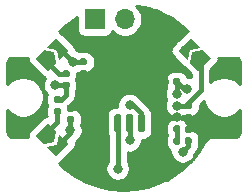
<source format=gtl>
G04 #@! TF.GenerationSoftware,KiCad,Pcbnew,(5.1.6-0-10_14)*
G04 #@! TF.CreationDate,2021-04-09T22:44:30+02:00*
G04 #@! TF.ProjectId,Encoder,456e636f-6465-4722-9e6b-696361645f70,1.1*
G04 #@! TF.SameCoordinates,Original*
G04 #@! TF.FileFunction,Copper,L1,Top*
G04 #@! TF.FilePolarity,Positive*
%FSLAX46Y46*%
G04 Gerber Fmt 4.6, Leading zero omitted, Abs format (unit mm)*
G04 Created by KiCad (PCBNEW (5.1.6-0-10_14)) date 2021-04-09 22:44:30*
%MOMM*%
%LPD*%
G01*
G04 APERTURE LIST*
G04 #@! TA.AperFunction,SMDPad,CuDef*
%ADD10C,0.100000*%
G04 #@! TD*
G04 #@! TA.AperFunction,ComponentPad*
%ADD11O,1.700000X1.700000*%
G04 #@! TD*
G04 #@! TA.AperFunction,ComponentPad*
%ADD12R,1.700000X1.700000*%
G04 #@! TD*
G04 #@! TA.AperFunction,ViaPad*
%ADD13C,0.800000*%
G04 #@! TD*
G04 #@! TA.AperFunction,ViaPad*
%ADD14C,0.600000*%
G04 #@! TD*
G04 #@! TA.AperFunction,Conductor*
%ADD15C,0.400000*%
G04 #@! TD*
G04 #@! TA.AperFunction,Conductor*
%ADD16C,0.254000*%
G04 #@! TD*
G04 APERTURE END LIST*
G04 #@! TA.AperFunction,SMDPad,CuDef*
G36*
G01*
X119388000Y-100037001D02*
X119388000Y-98736999D01*
G75*
G02*
X119637999Y-98487000I249999J0D01*
G01*
X120338001Y-98487000D01*
G75*
G02*
X120588000Y-98736999I0J-249999D01*
G01*
X120588000Y-100037001D01*
G75*
G02*
X120338001Y-100287000I-249999J0D01*
G01*
X119637999Y-100287000D01*
G75*
G02*
X119388000Y-100037001I0J249999D01*
G01*
G37*
G04 #@! TD.AperFunction*
G04 #@! TA.AperFunction,SMDPad,CuDef*
G36*
G01*
X113788000Y-100037001D02*
X113788000Y-98736999D01*
G75*
G02*
X114037999Y-98487000I249999J0D01*
G01*
X114738001Y-98487000D01*
G75*
G02*
X114988000Y-98736999I0J-249999D01*
G01*
X114988000Y-100037001D01*
G75*
G02*
X114738001Y-100287000I-249999J0D01*
G01*
X114037999Y-100287000D01*
G75*
G02*
X113788000Y-100037001I0J249999D01*
G01*
G37*
G04 #@! TD.AperFunction*
G04 #@! TA.AperFunction,SMDPad,CuDef*
G36*
G01*
X118388000Y-96137000D02*
X118388000Y-94887000D01*
G75*
G02*
X118538000Y-94737000I150000J0D01*
G01*
X118838000Y-94737000D01*
G75*
G02*
X118988000Y-94887000I0J-150000D01*
G01*
X118988000Y-96137000D01*
G75*
G02*
X118838000Y-96287000I-150000J0D01*
G01*
X118538000Y-96287000D01*
G75*
G02*
X118388000Y-96137000I0J150000D01*
G01*
G37*
G04 #@! TD.AperFunction*
G04 #@! TA.AperFunction,SMDPad,CuDef*
G36*
G01*
X117388000Y-96137000D02*
X117388000Y-94887000D01*
G75*
G02*
X117538000Y-94737000I150000J0D01*
G01*
X117838000Y-94737000D01*
G75*
G02*
X117988000Y-94887000I0J-150000D01*
G01*
X117988000Y-96137000D01*
G75*
G02*
X117838000Y-96287000I-150000J0D01*
G01*
X117538000Y-96287000D01*
G75*
G02*
X117388000Y-96137000I0J150000D01*
G01*
G37*
G04 #@! TD.AperFunction*
G04 #@! TA.AperFunction,SMDPad,CuDef*
G36*
G01*
X116388000Y-96137000D02*
X116388000Y-94887000D01*
G75*
G02*
X116538000Y-94737000I150000J0D01*
G01*
X116838000Y-94737000D01*
G75*
G02*
X116988000Y-94887000I0J-150000D01*
G01*
X116988000Y-96137000D01*
G75*
G02*
X116838000Y-96287000I-150000J0D01*
G01*
X116538000Y-96287000D01*
G75*
G02*
X116388000Y-96137000I0J150000D01*
G01*
G37*
G04 #@! TD.AperFunction*
G04 #@! TA.AperFunction,SMDPad,CuDef*
G36*
G01*
X115388000Y-96137000D02*
X115388000Y-94887000D01*
G75*
G02*
X115538000Y-94737000I150000J0D01*
G01*
X115838000Y-94737000D01*
G75*
G02*
X115988000Y-94887000I0J-150000D01*
G01*
X115988000Y-96137000D01*
G75*
G02*
X115838000Y-96287000I-150000J0D01*
G01*
X115538000Y-96287000D01*
G75*
G02*
X115388000Y-96137000I0J150000D01*
G01*
G37*
G04 #@! TD.AperFunction*
G04 #@! TA.AperFunction,SMDPad,CuDef*
D10*
G36*
X111295107Y-97106455D02*
G01*
X110411223Y-97283231D01*
X109704117Y-96576125D01*
X110764777Y-95515465D01*
X111471883Y-96222571D01*
X111295107Y-97106455D01*
G37*
G04 #@! TD.AperFunction*
G04 #@! TA.AperFunction,SMDPad,CuDef*
G36*
X111436527Y-98308535D02*
G01*
X110623355Y-97495363D01*
X111507238Y-97318586D01*
X111684015Y-96434703D01*
X112497187Y-97247875D01*
X111436527Y-98308535D01*
G37*
G04 #@! TD.AperFunction*
G04 #@! TA.AperFunction,SMDPad,CuDef*
G36*
X122993545Y-89517545D02*
G01*
X123877429Y-89340769D01*
X124584535Y-90047875D01*
X123523875Y-91108535D01*
X122816769Y-90401429D01*
X122993545Y-89517545D01*
G37*
G04 #@! TD.AperFunction*
G04 #@! TA.AperFunction,SMDPad,CuDef*
G36*
X122852125Y-88315465D02*
G01*
X123665297Y-89128637D01*
X122781414Y-89305414D01*
X122604637Y-90189297D01*
X121791465Y-89376125D01*
X122852125Y-88315465D01*
G37*
G04 #@! TD.AperFunction*
G04 #@! TA.AperFunction,SMDPad,CuDef*
G36*
X111295107Y-89504893D02*
G01*
X111471883Y-90388777D01*
X110764777Y-91095883D01*
X109704117Y-90035223D01*
X110411223Y-89328117D01*
X111295107Y-89504893D01*
G37*
G04 #@! TD.AperFunction*
G04 #@! TA.AperFunction,SMDPad,CuDef*
G36*
X112497187Y-89363473D02*
G01*
X111684015Y-90176645D01*
X111507238Y-89292762D01*
X110623355Y-89115985D01*
X111436527Y-88302813D01*
X112497187Y-89363473D01*
G37*
G04 #@! TD.AperFunction*
D11*
X119828000Y-86712000D03*
X117288000Y-86712000D03*
D12*
X114748000Y-86712000D03*
G04 #@! TA.AperFunction,SMDPad,CuDef*
G36*
G01*
X121998000Y-95839500D02*
X121998000Y-96184500D01*
G75*
G02*
X121850500Y-96332000I-147500J0D01*
G01*
X121555500Y-96332000D01*
G75*
G02*
X121408000Y-96184500I0J147500D01*
G01*
X121408000Y-95839500D01*
G75*
G02*
X121555500Y-95692000I147500J0D01*
G01*
X121850500Y-95692000D01*
G75*
G02*
X121998000Y-95839500I0J-147500D01*
G01*
G37*
G04 #@! TD.AperFunction*
G04 #@! TA.AperFunction,SMDPad,CuDef*
G36*
G01*
X122968000Y-95839500D02*
X122968000Y-96184500D01*
G75*
G02*
X122820500Y-96332000I-147500J0D01*
G01*
X122525500Y-96332000D01*
G75*
G02*
X122378000Y-96184500I0J147500D01*
G01*
X122378000Y-95839500D01*
G75*
G02*
X122525500Y-95692000I147500J0D01*
G01*
X122820500Y-95692000D01*
G75*
G02*
X122968000Y-95839500I0J-147500D01*
G01*
G37*
G04 #@! TD.AperFunction*
G04 #@! TA.AperFunction,SMDPad,CuDef*
G36*
G01*
X122378000Y-97184500D02*
X122378000Y-96839500D01*
G75*
G02*
X122525500Y-96692000I147500J0D01*
G01*
X122820500Y-96692000D01*
G75*
G02*
X122968000Y-96839500I0J-147500D01*
G01*
X122968000Y-97184500D01*
G75*
G02*
X122820500Y-97332000I-147500J0D01*
G01*
X122525500Y-97332000D01*
G75*
G02*
X122378000Y-97184500I0J147500D01*
G01*
G37*
G04 #@! TD.AperFunction*
G04 #@! TA.AperFunction,SMDPad,CuDef*
G36*
G01*
X121408000Y-97184500D02*
X121408000Y-96839500D01*
G75*
G02*
X121555500Y-96692000I147500J0D01*
G01*
X121850500Y-96692000D01*
G75*
G02*
X121998000Y-96839500I0J-147500D01*
G01*
X121998000Y-97184500D01*
G75*
G02*
X121850500Y-97332000I-147500J0D01*
G01*
X121555500Y-97332000D01*
G75*
G02*
X121408000Y-97184500I0J147500D01*
G01*
G37*
G04 #@! TD.AperFunction*
G04 #@! TA.AperFunction,SMDPad,CuDef*
G36*
G01*
X111415500Y-94202000D02*
X111760500Y-94202000D01*
G75*
G02*
X111908000Y-94349500I0J-147500D01*
G01*
X111908000Y-94644500D01*
G75*
G02*
X111760500Y-94792000I-147500J0D01*
G01*
X111415500Y-94792000D01*
G75*
G02*
X111268000Y-94644500I0J147500D01*
G01*
X111268000Y-94349500D01*
G75*
G02*
X111415500Y-94202000I147500J0D01*
G01*
G37*
G04 #@! TD.AperFunction*
G04 #@! TA.AperFunction,SMDPad,CuDef*
G36*
G01*
X111415500Y-93232000D02*
X111760500Y-93232000D01*
G75*
G02*
X111908000Y-93379500I0J-147500D01*
G01*
X111908000Y-93674500D01*
G75*
G02*
X111760500Y-93822000I-147500J0D01*
G01*
X111415500Y-93822000D01*
G75*
G02*
X111268000Y-93674500I0J147500D01*
G01*
X111268000Y-93379500D01*
G75*
G02*
X111415500Y-93232000I147500J0D01*
G01*
G37*
G04 #@! TD.AperFunction*
G04 #@! TA.AperFunction,SMDPad,CuDef*
G36*
G01*
X112460500Y-91622000D02*
X112115500Y-91622000D01*
G75*
G02*
X111968000Y-91474500I0J147500D01*
G01*
X111968000Y-91179500D01*
G75*
G02*
X112115500Y-91032000I147500J0D01*
G01*
X112460500Y-91032000D01*
G75*
G02*
X112608000Y-91179500I0J-147500D01*
G01*
X112608000Y-91474500D01*
G75*
G02*
X112460500Y-91622000I-147500J0D01*
G01*
G37*
G04 #@! TD.AperFunction*
G04 #@! TA.AperFunction,SMDPad,CuDef*
G36*
G01*
X112460500Y-92592000D02*
X112115500Y-92592000D01*
G75*
G02*
X111968000Y-92444500I0J147500D01*
G01*
X111968000Y-92149500D01*
G75*
G02*
X112115500Y-92002000I147500J0D01*
G01*
X112460500Y-92002000D01*
G75*
G02*
X112608000Y-92149500I0J-147500D01*
G01*
X112608000Y-92444500D01*
G75*
G02*
X112460500Y-92592000I-147500J0D01*
G01*
G37*
G04 #@! TD.AperFunction*
G04 #@! TA.AperFunction,SMDPad,CuDef*
G36*
G01*
X112515500Y-94902000D02*
X112860500Y-94902000D01*
G75*
G02*
X113008000Y-95049500I0J-147500D01*
G01*
X113008000Y-95344500D01*
G75*
G02*
X112860500Y-95492000I-147500J0D01*
G01*
X112515500Y-95492000D01*
G75*
G02*
X112368000Y-95344500I0J147500D01*
G01*
X112368000Y-95049500D01*
G75*
G02*
X112515500Y-94902000I147500J0D01*
G01*
G37*
G04 #@! TD.AperFunction*
G04 #@! TA.AperFunction,SMDPad,CuDef*
G36*
G01*
X112515500Y-93932000D02*
X112860500Y-93932000D01*
G75*
G02*
X113008000Y-94079500I0J-147500D01*
G01*
X113008000Y-94374500D01*
G75*
G02*
X112860500Y-94522000I-147500J0D01*
G01*
X112515500Y-94522000D01*
G75*
G02*
X112368000Y-94374500I0J147500D01*
G01*
X112368000Y-94079500D01*
G75*
G02*
X112515500Y-93932000I147500J0D01*
G01*
G37*
G04 #@! TD.AperFunction*
G04 #@! TA.AperFunction,SMDPad,CuDef*
G36*
G01*
X113615500Y-91002000D02*
X113960500Y-91002000D01*
G75*
G02*
X114108000Y-91149500I0J-147500D01*
G01*
X114108000Y-91444500D01*
G75*
G02*
X113960500Y-91592000I-147500J0D01*
G01*
X113615500Y-91592000D01*
G75*
G02*
X113468000Y-91444500I0J147500D01*
G01*
X113468000Y-91149500D01*
G75*
G02*
X113615500Y-91002000I147500J0D01*
G01*
G37*
G04 #@! TD.AperFunction*
G04 #@! TA.AperFunction,SMDPad,CuDef*
G36*
G01*
X113615500Y-90032000D02*
X113960500Y-90032000D01*
G75*
G02*
X114108000Y-90179500I0J-147500D01*
G01*
X114108000Y-90474500D01*
G75*
G02*
X113960500Y-90622000I-147500J0D01*
G01*
X113615500Y-90622000D01*
G75*
G02*
X113468000Y-90474500I0J147500D01*
G01*
X113468000Y-90179500D01*
G75*
G02*
X113615500Y-90032000I147500J0D01*
G01*
G37*
G04 #@! TD.AperFunction*
G04 #@! TA.AperFunction,SMDPad,CuDef*
G36*
G01*
X121378000Y-92184500D02*
X121378000Y-91839500D01*
G75*
G02*
X121525500Y-91692000I147500J0D01*
G01*
X121820500Y-91692000D01*
G75*
G02*
X121968000Y-91839500I0J-147500D01*
G01*
X121968000Y-92184500D01*
G75*
G02*
X121820500Y-92332000I-147500J0D01*
G01*
X121525500Y-92332000D01*
G75*
G02*
X121378000Y-92184500I0J147500D01*
G01*
G37*
G04 #@! TD.AperFunction*
G04 #@! TA.AperFunction,SMDPad,CuDef*
G36*
G01*
X120408000Y-92184500D02*
X120408000Y-91839500D01*
G75*
G02*
X120555500Y-91692000I147500J0D01*
G01*
X120850500Y-91692000D01*
G75*
G02*
X120998000Y-91839500I0J-147500D01*
G01*
X120998000Y-92184500D01*
G75*
G02*
X120850500Y-92332000I-147500J0D01*
G01*
X120555500Y-92332000D01*
G75*
G02*
X120408000Y-92184500I0J147500D01*
G01*
G37*
G04 #@! TD.AperFunction*
G04 #@! TA.AperFunction,SMDPad,CuDef*
G36*
G01*
X122515500Y-94702000D02*
X122860500Y-94702000D01*
G75*
G02*
X123008000Y-94849500I0J-147500D01*
G01*
X123008000Y-95144500D01*
G75*
G02*
X122860500Y-95292000I-147500J0D01*
G01*
X122515500Y-95292000D01*
G75*
G02*
X122368000Y-95144500I0J147500D01*
G01*
X122368000Y-94849500D01*
G75*
G02*
X122515500Y-94702000I147500J0D01*
G01*
G37*
G04 #@! TD.AperFunction*
G04 #@! TA.AperFunction,SMDPad,CuDef*
G36*
G01*
X122515500Y-93732000D02*
X122860500Y-93732000D01*
G75*
G02*
X123008000Y-93879500I0J-147500D01*
G01*
X123008000Y-94174500D01*
G75*
G02*
X122860500Y-94322000I-147500J0D01*
G01*
X122515500Y-94322000D01*
G75*
G02*
X122368000Y-94174500I0J147500D01*
G01*
X122368000Y-93879500D01*
G75*
G02*
X122515500Y-93732000I147500J0D01*
G01*
G37*
G04 #@! TD.AperFunction*
D13*
X115588000Y-92012000D03*
X121688000Y-95012000D03*
D14*
X125338000Y-90812000D03*
X125338000Y-95862000D03*
X108638000Y-95812000D03*
X108688000Y-90912000D03*
X115238000Y-100312000D03*
X120888000Y-100262000D03*
X117688000Y-88862000D03*
X121238000Y-90462000D03*
D13*
X121688000Y-94012000D03*
X111388000Y-92312000D03*
X121688000Y-93012000D03*
X116688000Y-99362000D03*
X122588000Y-92612000D03*
X122188000Y-97912000D03*
X122388000Y-89312000D03*
X117688000Y-96962000D03*
X117688000Y-93947000D03*
X112888000Y-90312000D03*
X112688000Y-96112000D03*
D15*
X115688000Y-98087000D02*
X114388000Y-99387000D01*
X115688000Y-95512000D02*
X115688000Y-98087000D01*
X121703000Y-94027000D02*
X121688000Y-94012000D01*
X122688000Y-94027000D02*
X121703000Y-94027000D01*
X123700652Y-90931758D02*
X123700652Y-90224652D01*
X122688000Y-93732000D02*
X123700652Y-92719348D01*
X123700652Y-92719348D02*
X123700652Y-90931758D01*
X122688000Y-94027000D02*
X122688000Y-93732000D01*
X111908000Y-93527000D02*
X112288000Y-93147000D01*
X111588000Y-93527000D02*
X111908000Y-93527000D01*
X112288000Y-93147000D02*
X112288000Y-92297000D01*
X111403000Y-92297000D02*
X111388000Y-92312000D01*
X112288000Y-92297000D02*
X111403000Y-92297000D01*
X121673000Y-92997000D02*
X121688000Y-93012000D01*
X121673000Y-92012000D02*
X121673000Y-92997000D01*
X122288000Y-92612000D02*
X122588000Y-92612000D01*
X121688000Y-92012000D02*
X122288000Y-92612000D01*
X121673000Y-92012000D02*
X121688000Y-92012000D01*
X122673000Y-97427000D02*
X122673000Y-97012000D01*
X122188000Y-97912000D02*
X122673000Y-97427000D01*
X116688000Y-95512000D02*
X116688000Y-99362000D01*
X117688000Y-95512000D02*
X117688000Y-96962000D01*
X117973000Y-93947000D02*
X117688000Y-93947000D01*
X118688000Y-94662000D02*
X117973000Y-93947000D01*
X118688000Y-95512000D02*
X118688000Y-94662000D01*
X111703000Y-91327000D02*
X110588000Y-90212000D01*
X112288000Y-91327000D02*
X111703000Y-91327000D01*
X111762696Y-89186696D02*
X112888000Y-90312000D01*
X111613304Y-89186696D02*
X111762696Y-89186696D01*
X113773000Y-90312000D02*
X113788000Y-90327000D01*
X112888000Y-90312000D02*
X113773000Y-90312000D01*
X111118330Y-95869018D02*
X111130982Y-95869018D01*
X110588000Y-96399348D02*
X111118330Y-95869018D01*
X111588000Y-95412000D02*
X111588000Y-94497000D01*
X111130982Y-95869018D02*
X111588000Y-95412000D01*
X112688000Y-95197000D02*
X112688000Y-96112000D01*
X112688000Y-96349956D02*
X111613304Y-97424652D01*
X112688000Y-96112000D02*
X112688000Y-96349956D01*
X121703000Y-96012000D02*
X121703000Y-97012000D01*
D16*
G36*
X118315809Y-85555093D02*
G01*
X119358110Y-85779923D01*
X120360246Y-86144126D01*
X121303690Y-86640969D01*
X122170970Y-87261250D01*
X122649515Y-87713353D01*
X122607945Y-87725963D01*
X122497631Y-87784928D01*
X122400940Y-87864280D01*
X121815414Y-88449806D01*
X121728226Y-88508063D01*
X121584063Y-88652226D01*
X121525806Y-88739414D01*
X121340280Y-88924940D01*
X121260928Y-89021631D01*
X121201963Y-89131945D01*
X121165653Y-89251643D01*
X121153393Y-89376125D01*
X121165653Y-89500607D01*
X121201963Y-89620305D01*
X121260928Y-89730619D01*
X121340280Y-89827310D01*
X122153452Y-90640482D01*
X122249588Y-90719463D01*
X122273630Y-90732346D01*
X122286232Y-90755923D01*
X122365584Y-90852614D01*
X122865653Y-91352683D01*
X122865653Y-91611951D01*
X122689939Y-91577000D01*
X122557839Y-91577000D01*
X122546274Y-91538875D01*
X122473679Y-91403060D01*
X122375983Y-91284017D01*
X122256940Y-91186321D01*
X122121125Y-91113726D01*
X121973757Y-91069023D01*
X121820500Y-91053928D01*
X121525500Y-91053928D01*
X121372243Y-91069023D01*
X121224875Y-91113726D01*
X121089060Y-91186321D01*
X120970017Y-91284017D01*
X120872321Y-91403060D01*
X120799726Y-91538875D01*
X120755023Y-91686243D01*
X120739928Y-91839500D01*
X120739928Y-92184500D01*
X120755023Y-92337757D01*
X120798332Y-92480531D01*
X120770795Y-92521744D01*
X120692774Y-92710102D01*
X120653000Y-92910061D01*
X120653000Y-93113939D01*
X120692774Y-93313898D01*
X120770795Y-93502256D01*
X120777306Y-93512000D01*
X120770795Y-93521744D01*
X120692774Y-93710102D01*
X120653000Y-93910061D01*
X120653000Y-94113939D01*
X120692774Y-94313898D01*
X120770795Y-94502256D01*
X120884063Y-94671774D01*
X121028226Y-94815937D01*
X121197744Y-94929205D01*
X121386102Y-95007226D01*
X121586061Y-95047000D01*
X121789939Y-95047000D01*
X121989898Y-95007226D01*
X122178256Y-94929205D01*
X122219469Y-94901668D01*
X122362243Y-94944977D01*
X122515500Y-94960072D01*
X122860500Y-94960072D01*
X123013757Y-94944977D01*
X123161125Y-94900274D01*
X123296940Y-94827679D01*
X123415983Y-94729983D01*
X123513679Y-94610940D01*
X123586274Y-94475125D01*
X123630977Y-94327757D01*
X123646072Y-94174500D01*
X123646072Y-93954795D01*
X123980373Y-93620495D01*
X124019675Y-93818081D01*
X124150463Y-94133831D01*
X124340337Y-94417998D01*
X124582002Y-94659663D01*
X124866169Y-94849537D01*
X125181919Y-94980325D01*
X125517117Y-95047000D01*
X125858883Y-95047000D01*
X126194081Y-94980325D01*
X126509831Y-94849537D01*
X126793998Y-94659663D01*
X127028001Y-94425660D01*
X127028001Y-96279711D01*
X127018420Y-96377424D01*
X126999420Y-96440357D01*
X126968554Y-96498406D01*
X126927011Y-96549343D01*
X126876356Y-96591248D01*
X126818529Y-96622515D01*
X126755728Y-96641956D01*
X126660164Y-96652000D01*
X124655580Y-96652002D01*
X124558616Y-96661552D01*
X124434206Y-96699292D01*
X124319549Y-96760577D01*
X124219051Y-96843054D01*
X124136574Y-96943552D01*
X124116392Y-96981311D01*
X123539693Y-97905209D01*
X123020680Y-98528757D01*
X123105205Y-98402256D01*
X123183226Y-98213898D01*
X123212092Y-98068775D01*
X123234427Y-98046441D01*
X123266291Y-98020291D01*
X123370636Y-97893146D01*
X123448172Y-97748087D01*
X123495918Y-97590689D01*
X123497289Y-97576769D01*
X123546274Y-97485125D01*
X123590977Y-97337757D01*
X123606072Y-97184500D01*
X123606072Y-96839500D01*
X123590977Y-96686243D01*
X123546274Y-96538875D01*
X123473679Y-96403060D01*
X123375983Y-96284017D01*
X123256940Y-96186321D01*
X123121125Y-96113726D01*
X122973757Y-96069023D01*
X122820500Y-96053928D01*
X122636072Y-96053928D01*
X122636072Y-95839500D01*
X122620977Y-95686243D01*
X122576274Y-95538875D01*
X122503679Y-95403060D01*
X122405983Y-95284017D01*
X122286940Y-95186321D01*
X122151125Y-95113726D01*
X122003757Y-95069023D01*
X121850500Y-95053928D01*
X121555500Y-95053928D01*
X121402243Y-95069023D01*
X121254875Y-95113726D01*
X121119060Y-95186321D01*
X121000017Y-95284017D01*
X120902321Y-95403060D01*
X120829726Y-95538875D01*
X120785023Y-95686243D01*
X120769928Y-95839500D01*
X120769928Y-96184500D01*
X120785023Y-96337757D01*
X120829726Y-96485125D01*
X120844091Y-96512000D01*
X120829726Y-96538875D01*
X120785023Y-96686243D01*
X120769928Y-96839500D01*
X120769928Y-97184500D01*
X120785023Y-97337757D01*
X120829726Y-97485125D01*
X120902321Y-97620940D01*
X121000017Y-97739983D01*
X121119060Y-97837679D01*
X121153000Y-97855820D01*
X121153000Y-98013939D01*
X121192774Y-98213898D01*
X121270795Y-98402256D01*
X121384063Y-98571774D01*
X121528226Y-98715937D01*
X121697744Y-98829205D01*
X121886102Y-98907226D01*
X122086061Y-98947000D01*
X122289939Y-98947000D01*
X122489898Y-98907226D01*
X122678256Y-98829205D01*
X122847774Y-98715937D01*
X122949810Y-98613901D01*
X122857552Y-98724741D01*
X122070508Y-99444104D01*
X121193110Y-100050002D01*
X120241600Y-100531217D01*
X119233591Y-100878844D01*
X118187719Y-101086454D01*
X117123362Y-101150202D01*
X116060190Y-101068908D01*
X115017898Y-100844080D01*
X114015752Y-100479874D01*
X113072308Y-99983031D01*
X112205024Y-99362747D01*
X112096333Y-99260061D01*
X115653000Y-99260061D01*
X115653000Y-99463939D01*
X115692774Y-99663898D01*
X115770795Y-99852256D01*
X115884063Y-100021774D01*
X116028226Y-100165937D01*
X116197744Y-100279205D01*
X116386102Y-100357226D01*
X116586061Y-100397000D01*
X116789939Y-100397000D01*
X116989898Y-100357226D01*
X117178256Y-100279205D01*
X117347774Y-100165937D01*
X117491937Y-100021774D01*
X117605205Y-99852256D01*
X117683226Y-99663898D01*
X117723000Y-99463939D01*
X117723000Y-99260061D01*
X117683226Y-99060102D01*
X117605205Y-98871744D01*
X117523000Y-98748715D01*
X117523000Y-97984456D01*
X117586061Y-97997000D01*
X117789939Y-97997000D01*
X117989898Y-97957226D01*
X118178256Y-97879205D01*
X118347774Y-97765937D01*
X118491937Y-97621774D01*
X118605205Y-97452256D01*
X118683226Y-97263898D01*
X118723000Y-97063939D01*
X118723000Y-96925072D01*
X118838000Y-96925072D01*
X118991745Y-96909929D01*
X119139582Y-96865084D01*
X119275829Y-96792258D01*
X119395251Y-96694251D01*
X119493258Y-96574829D01*
X119566084Y-96438582D01*
X119610929Y-96290745D01*
X119626072Y-96137000D01*
X119626072Y-94887000D01*
X119610929Y-94733255D01*
X119566084Y-94585418D01*
X119499625Y-94461083D01*
X119463172Y-94340913D01*
X119385636Y-94195854D01*
X119355322Y-94158916D01*
X119307439Y-94100570D01*
X119307437Y-94100568D01*
X119281291Y-94068709D01*
X119249431Y-94042563D01*
X118592445Y-93385578D01*
X118566291Y-93353709D01*
X118500018Y-93299320D01*
X118491937Y-93287226D01*
X118347774Y-93143063D01*
X118178256Y-93029795D01*
X117989898Y-92951774D01*
X117789939Y-92912000D01*
X117586061Y-92912000D01*
X117386102Y-92951774D01*
X117197744Y-93029795D01*
X117028226Y-93143063D01*
X116884063Y-93287226D01*
X116770795Y-93456744D01*
X116692774Y-93645102D01*
X116653000Y-93845061D01*
X116653000Y-94048939D01*
X116662943Y-94098928D01*
X116538000Y-94098928D01*
X116384255Y-94114071D01*
X116236418Y-94158916D01*
X116100171Y-94231742D01*
X115980749Y-94329749D01*
X115882742Y-94449171D01*
X115809916Y-94585418D01*
X115765071Y-94733255D01*
X115749928Y-94887000D01*
X115749928Y-96137000D01*
X115765071Y-96290745D01*
X115809916Y-96438582D01*
X115853000Y-96519186D01*
X115853001Y-98748714D01*
X115770795Y-98871744D01*
X115692774Y-99060102D01*
X115653000Y-99260061D01*
X112096333Y-99260061D01*
X111701418Y-98886967D01*
X111791021Y-98839072D01*
X111887712Y-98759720D01*
X112948372Y-97699060D01*
X113027724Y-97602369D01*
X113086689Y-97492055D01*
X113122999Y-97372357D01*
X113135259Y-97247875D01*
X113122999Y-97123393D01*
X113116583Y-97102242D01*
X113212503Y-97006322D01*
X113347774Y-96915937D01*
X113491937Y-96771774D01*
X113605205Y-96602256D01*
X113683226Y-96413898D01*
X113723000Y-96213939D01*
X113723000Y-96010061D01*
X113683226Y-95810102D01*
X113605205Y-95621744D01*
X113597063Y-95609558D01*
X113630977Y-95497757D01*
X113646072Y-95344500D01*
X113646072Y-95049500D01*
X113630977Y-94896243D01*
X113586274Y-94748875D01*
X113513679Y-94613060D01*
X113415983Y-94494017D01*
X113296940Y-94396321D01*
X113161125Y-94323726D01*
X113013757Y-94279023D01*
X112860500Y-94263928D01*
X112537644Y-94263928D01*
X112530977Y-94196243D01*
X112506144Y-94114378D01*
X112527446Y-94088421D01*
X112849422Y-93766445D01*
X112881291Y-93740291D01*
X112985636Y-93613146D01*
X113063172Y-93468087D01*
X113110918Y-93310689D01*
X113121026Y-93208063D01*
X113127040Y-93147001D01*
X113123000Y-93105982D01*
X113123000Y-92863502D01*
X113186274Y-92745125D01*
X113230977Y-92597757D01*
X113246072Y-92444500D01*
X113246072Y-92149500D01*
X113230977Y-91996243D01*
X113186274Y-91848875D01*
X113166564Y-91812000D01*
X113186274Y-91775125D01*
X113230977Y-91627757D01*
X113246072Y-91474500D01*
X113246072Y-91283958D01*
X113378256Y-91229205D01*
X113388245Y-91222530D01*
X113462243Y-91244977D01*
X113615500Y-91260072D01*
X113960500Y-91260072D01*
X114113757Y-91244977D01*
X114261125Y-91200274D01*
X114396940Y-91127679D01*
X114515983Y-91029983D01*
X114613679Y-90910940D01*
X114686274Y-90775125D01*
X114730977Y-90627757D01*
X114746072Y-90474500D01*
X114746072Y-90179500D01*
X114730977Y-90026243D01*
X114686274Y-89878875D01*
X114613679Y-89743060D01*
X114515983Y-89624017D01*
X114396940Y-89526321D01*
X114261125Y-89453726D01*
X114113757Y-89409023D01*
X113960500Y-89393928D01*
X113615500Y-89393928D01*
X113462243Y-89409023D01*
X113419125Y-89422103D01*
X113378256Y-89394795D01*
X113189898Y-89316774D01*
X113129476Y-89304755D01*
X113122999Y-89238991D01*
X113086689Y-89119293D01*
X113027724Y-89008979D01*
X112948372Y-88912288D01*
X111887712Y-87851628D01*
X111791021Y-87772276D01*
X111706696Y-87727202D01*
X112305496Y-87179895D01*
X113182889Y-86574000D01*
X113259928Y-86535038D01*
X113259928Y-87562000D01*
X113272188Y-87686482D01*
X113308498Y-87806180D01*
X113367463Y-87916494D01*
X113446815Y-88013185D01*
X113543506Y-88092537D01*
X113653820Y-88151502D01*
X113773518Y-88187812D01*
X113898000Y-88200072D01*
X115598000Y-88200072D01*
X115722482Y-88187812D01*
X115842180Y-88151502D01*
X115952494Y-88092537D01*
X116049185Y-88013185D01*
X116128537Y-87916494D01*
X116187502Y-87806180D01*
X116209513Y-87733620D01*
X116341368Y-87865475D01*
X116584589Y-88027990D01*
X116854842Y-88139932D01*
X117141740Y-88197000D01*
X117434260Y-88197000D01*
X117721158Y-88139932D01*
X117991411Y-88027990D01*
X118234632Y-87865475D01*
X118441475Y-87658632D01*
X118603990Y-87415411D01*
X118715932Y-87145158D01*
X118773000Y-86858260D01*
X118773000Y-86565740D01*
X118715932Y-86278842D01*
X118603990Y-86008589D01*
X118441475Y-85765368D01*
X118234632Y-85558525D01*
X118218342Y-85547640D01*
X118315809Y-85555093D01*
G37*
X118315809Y-85555093D02*
X119358110Y-85779923D01*
X120360246Y-86144126D01*
X121303690Y-86640969D01*
X122170970Y-87261250D01*
X122649515Y-87713353D01*
X122607945Y-87725963D01*
X122497631Y-87784928D01*
X122400940Y-87864280D01*
X121815414Y-88449806D01*
X121728226Y-88508063D01*
X121584063Y-88652226D01*
X121525806Y-88739414D01*
X121340280Y-88924940D01*
X121260928Y-89021631D01*
X121201963Y-89131945D01*
X121165653Y-89251643D01*
X121153393Y-89376125D01*
X121165653Y-89500607D01*
X121201963Y-89620305D01*
X121260928Y-89730619D01*
X121340280Y-89827310D01*
X122153452Y-90640482D01*
X122249588Y-90719463D01*
X122273630Y-90732346D01*
X122286232Y-90755923D01*
X122365584Y-90852614D01*
X122865653Y-91352683D01*
X122865653Y-91611951D01*
X122689939Y-91577000D01*
X122557839Y-91577000D01*
X122546274Y-91538875D01*
X122473679Y-91403060D01*
X122375983Y-91284017D01*
X122256940Y-91186321D01*
X122121125Y-91113726D01*
X121973757Y-91069023D01*
X121820500Y-91053928D01*
X121525500Y-91053928D01*
X121372243Y-91069023D01*
X121224875Y-91113726D01*
X121089060Y-91186321D01*
X120970017Y-91284017D01*
X120872321Y-91403060D01*
X120799726Y-91538875D01*
X120755023Y-91686243D01*
X120739928Y-91839500D01*
X120739928Y-92184500D01*
X120755023Y-92337757D01*
X120798332Y-92480531D01*
X120770795Y-92521744D01*
X120692774Y-92710102D01*
X120653000Y-92910061D01*
X120653000Y-93113939D01*
X120692774Y-93313898D01*
X120770795Y-93502256D01*
X120777306Y-93512000D01*
X120770795Y-93521744D01*
X120692774Y-93710102D01*
X120653000Y-93910061D01*
X120653000Y-94113939D01*
X120692774Y-94313898D01*
X120770795Y-94502256D01*
X120884063Y-94671774D01*
X121028226Y-94815937D01*
X121197744Y-94929205D01*
X121386102Y-95007226D01*
X121586061Y-95047000D01*
X121789939Y-95047000D01*
X121989898Y-95007226D01*
X122178256Y-94929205D01*
X122219469Y-94901668D01*
X122362243Y-94944977D01*
X122515500Y-94960072D01*
X122860500Y-94960072D01*
X123013757Y-94944977D01*
X123161125Y-94900274D01*
X123296940Y-94827679D01*
X123415983Y-94729983D01*
X123513679Y-94610940D01*
X123586274Y-94475125D01*
X123630977Y-94327757D01*
X123646072Y-94174500D01*
X123646072Y-93954795D01*
X123980373Y-93620495D01*
X124019675Y-93818081D01*
X124150463Y-94133831D01*
X124340337Y-94417998D01*
X124582002Y-94659663D01*
X124866169Y-94849537D01*
X125181919Y-94980325D01*
X125517117Y-95047000D01*
X125858883Y-95047000D01*
X126194081Y-94980325D01*
X126509831Y-94849537D01*
X126793998Y-94659663D01*
X127028001Y-94425660D01*
X127028001Y-96279711D01*
X127018420Y-96377424D01*
X126999420Y-96440357D01*
X126968554Y-96498406D01*
X126927011Y-96549343D01*
X126876356Y-96591248D01*
X126818529Y-96622515D01*
X126755728Y-96641956D01*
X126660164Y-96652000D01*
X124655580Y-96652002D01*
X124558616Y-96661552D01*
X124434206Y-96699292D01*
X124319549Y-96760577D01*
X124219051Y-96843054D01*
X124136574Y-96943552D01*
X124116392Y-96981311D01*
X123539693Y-97905209D01*
X123020680Y-98528757D01*
X123105205Y-98402256D01*
X123183226Y-98213898D01*
X123212092Y-98068775D01*
X123234427Y-98046441D01*
X123266291Y-98020291D01*
X123370636Y-97893146D01*
X123448172Y-97748087D01*
X123495918Y-97590689D01*
X123497289Y-97576769D01*
X123546274Y-97485125D01*
X123590977Y-97337757D01*
X123606072Y-97184500D01*
X123606072Y-96839500D01*
X123590977Y-96686243D01*
X123546274Y-96538875D01*
X123473679Y-96403060D01*
X123375983Y-96284017D01*
X123256940Y-96186321D01*
X123121125Y-96113726D01*
X122973757Y-96069023D01*
X122820500Y-96053928D01*
X122636072Y-96053928D01*
X122636072Y-95839500D01*
X122620977Y-95686243D01*
X122576274Y-95538875D01*
X122503679Y-95403060D01*
X122405983Y-95284017D01*
X122286940Y-95186321D01*
X122151125Y-95113726D01*
X122003757Y-95069023D01*
X121850500Y-95053928D01*
X121555500Y-95053928D01*
X121402243Y-95069023D01*
X121254875Y-95113726D01*
X121119060Y-95186321D01*
X121000017Y-95284017D01*
X120902321Y-95403060D01*
X120829726Y-95538875D01*
X120785023Y-95686243D01*
X120769928Y-95839500D01*
X120769928Y-96184500D01*
X120785023Y-96337757D01*
X120829726Y-96485125D01*
X120844091Y-96512000D01*
X120829726Y-96538875D01*
X120785023Y-96686243D01*
X120769928Y-96839500D01*
X120769928Y-97184500D01*
X120785023Y-97337757D01*
X120829726Y-97485125D01*
X120902321Y-97620940D01*
X121000017Y-97739983D01*
X121119060Y-97837679D01*
X121153000Y-97855820D01*
X121153000Y-98013939D01*
X121192774Y-98213898D01*
X121270795Y-98402256D01*
X121384063Y-98571774D01*
X121528226Y-98715937D01*
X121697744Y-98829205D01*
X121886102Y-98907226D01*
X122086061Y-98947000D01*
X122289939Y-98947000D01*
X122489898Y-98907226D01*
X122678256Y-98829205D01*
X122847774Y-98715937D01*
X122949810Y-98613901D01*
X122857552Y-98724741D01*
X122070508Y-99444104D01*
X121193110Y-100050002D01*
X120241600Y-100531217D01*
X119233591Y-100878844D01*
X118187719Y-101086454D01*
X117123362Y-101150202D01*
X116060190Y-101068908D01*
X115017898Y-100844080D01*
X114015752Y-100479874D01*
X113072308Y-99983031D01*
X112205024Y-99362747D01*
X112096333Y-99260061D01*
X115653000Y-99260061D01*
X115653000Y-99463939D01*
X115692774Y-99663898D01*
X115770795Y-99852256D01*
X115884063Y-100021774D01*
X116028226Y-100165937D01*
X116197744Y-100279205D01*
X116386102Y-100357226D01*
X116586061Y-100397000D01*
X116789939Y-100397000D01*
X116989898Y-100357226D01*
X117178256Y-100279205D01*
X117347774Y-100165937D01*
X117491937Y-100021774D01*
X117605205Y-99852256D01*
X117683226Y-99663898D01*
X117723000Y-99463939D01*
X117723000Y-99260061D01*
X117683226Y-99060102D01*
X117605205Y-98871744D01*
X117523000Y-98748715D01*
X117523000Y-97984456D01*
X117586061Y-97997000D01*
X117789939Y-97997000D01*
X117989898Y-97957226D01*
X118178256Y-97879205D01*
X118347774Y-97765937D01*
X118491937Y-97621774D01*
X118605205Y-97452256D01*
X118683226Y-97263898D01*
X118723000Y-97063939D01*
X118723000Y-96925072D01*
X118838000Y-96925072D01*
X118991745Y-96909929D01*
X119139582Y-96865084D01*
X119275829Y-96792258D01*
X119395251Y-96694251D01*
X119493258Y-96574829D01*
X119566084Y-96438582D01*
X119610929Y-96290745D01*
X119626072Y-96137000D01*
X119626072Y-94887000D01*
X119610929Y-94733255D01*
X119566084Y-94585418D01*
X119499625Y-94461083D01*
X119463172Y-94340913D01*
X119385636Y-94195854D01*
X119355322Y-94158916D01*
X119307439Y-94100570D01*
X119307437Y-94100568D01*
X119281291Y-94068709D01*
X119249431Y-94042563D01*
X118592445Y-93385578D01*
X118566291Y-93353709D01*
X118500018Y-93299320D01*
X118491937Y-93287226D01*
X118347774Y-93143063D01*
X118178256Y-93029795D01*
X117989898Y-92951774D01*
X117789939Y-92912000D01*
X117586061Y-92912000D01*
X117386102Y-92951774D01*
X117197744Y-93029795D01*
X117028226Y-93143063D01*
X116884063Y-93287226D01*
X116770795Y-93456744D01*
X116692774Y-93645102D01*
X116653000Y-93845061D01*
X116653000Y-94048939D01*
X116662943Y-94098928D01*
X116538000Y-94098928D01*
X116384255Y-94114071D01*
X116236418Y-94158916D01*
X116100171Y-94231742D01*
X115980749Y-94329749D01*
X115882742Y-94449171D01*
X115809916Y-94585418D01*
X115765071Y-94733255D01*
X115749928Y-94887000D01*
X115749928Y-96137000D01*
X115765071Y-96290745D01*
X115809916Y-96438582D01*
X115853000Y-96519186D01*
X115853001Y-98748714D01*
X115770795Y-98871744D01*
X115692774Y-99060102D01*
X115653000Y-99260061D01*
X112096333Y-99260061D01*
X111701418Y-98886967D01*
X111791021Y-98839072D01*
X111887712Y-98759720D01*
X112948372Y-97699060D01*
X113027724Y-97602369D01*
X113086689Y-97492055D01*
X113122999Y-97372357D01*
X113135259Y-97247875D01*
X113122999Y-97123393D01*
X113116583Y-97102242D01*
X113212503Y-97006322D01*
X113347774Y-96915937D01*
X113491937Y-96771774D01*
X113605205Y-96602256D01*
X113683226Y-96413898D01*
X113723000Y-96213939D01*
X113723000Y-96010061D01*
X113683226Y-95810102D01*
X113605205Y-95621744D01*
X113597063Y-95609558D01*
X113630977Y-95497757D01*
X113646072Y-95344500D01*
X113646072Y-95049500D01*
X113630977Y-94896243D01*
X113586274Y-94748875D01*
X113513679Y-94613060D01*
X113415983Y-94494017D01*
X113296940Y-94396321D01*
X113161125Y-94323726D01*
X113013757Y-94279023D01*
X112860500Y-94263928D01*
X112537644Y-94263928D01*
X112530977Y-94196243D01*
X112506144Y-94114378D01*
X112527446Y-94088421D01*
X112849422Y-93766445D01*
X112881291Y-93740291D01*
X112985636Y-93613146D01*
X113063172Y-93468087D01*
X113110918Y-93310689D01*
X113121026Y-93208063D01*
X113127040Y-93147001D01*
X113123000Y-93105982D01*
X113123000Y-92863502D01*
X113186274Y-92745125D01*
X113230977Y-92597757D01*
X113246072Y-92444500D01*
X113246072Y-92149500D01*
X113230977Y-91996243D01*
X113186274Y-91848875D01*
X113166564Y-91812000D01*
X113186274Y-91775125D01*
X113230977Y-91627757D01*
X113246072Y-91474500D01*
X113246072Y-91283958D01*
X113378256Y-91229205D01*
X113388245Y-91222530D01*
X113462243Y-91244977D01*
X113615500Y-91260072D01*
X113960500Y-91260072D01*
X114113757Y-91244977D01*
X114261125Y-91200274D01*
X114396940Y-91127679D01*
X114515983Y-91029983D01*
X114613679Y-90910940D01*
X114686274Y-90775125D01*
X114730977Y-90627757D01*
X114746072Y-90474500D01*
X114746072Y-90179500D01*
X114730977Y-90026243D01*
X114686274Y-89878875D01*
X114613679Y-89743060D01*
X114515983Y-89624017D01*
X114396940Y-89526321D01*
X114261125Y-89453726D01*
X114113757Y-89409023D01*
X113960500Y-89393928D01*
X113615500Y-89393928D01*
X113462243Y-89409023D01*
X113419125Y-89422103D01*
X113378256Y-89394795D01*
X113189898Y-89316774D01*
X113129476Y-89304755D01*
X113122999Y-89238991D01*
X113086689Y-89119293D01*
X113027724Y-89008979D01*
X112948372Y-88912288D01*
X111887712Y-87851628D01*
X111791021Y-87772276D01*
X111706696Y-87727202D01*
X112305496Y-87179895D01*
X113182889Y-86574000D01*
X113259928Y-86535038D01*
X113259928Y-87562000D01*
X113272188Y-87686482D01*
X113308498Y-87806180D01*
X113367463Y-87916494D01*
X113446815Y-88013185D01*
X113543506Y-88092537D01*
X113653820Y-88151502D01*
X113773518Y-88187812D01*
X113898000Y-88200072D01*
X115598000Y-88200072D01*
X115722482Y-88187812D01*
X115842180Y-88151502D01*
X115952494Y-88092537D01*
X116049185Y-88013185D01*
X116128537Y-87916494D01*
X116187502Y-87806180D01*
X116209513Y-87733620D01*
X116341368Y-87865475D01*
X116584589Y-88027990D01*
X116854842Y-88139932D01*
X117141740Y-88197000D01*
X117434260Y-88197000D01*
X117721158Y-88139932D01*
X117991411Y-88027990D01*
X118234632Y-87865475D01*
X118441475Y-87658632D01*
X118603990Y-87415411D01*
X118715932Y-87145158D01*
X118773000Y-86858260D01*
X118773000Y-86565740D01*
X118715932Y-86278842D01*
X118603990Y-86008589D01*
X118441475Y-85765368D01*
X118234632Y-85558525D01*
X118218342Y-85547640D01*
X118315809Y-85555093D01*
G36*
X109072272Y-89972000D02*
G01*
X109066045Y-90035223D01*
X109078305Y-90159705D01*
X109114615Y-90279403D01*
X109173580Y-90389717D01*
X109252932Y-90486408D01*
X110313592Y-91547068D01*
X110410283Y-91626420D01*
X110520597Y-91685385D01*
X110554945Y-91695804D01*
X110470795Y-91821744D01*
X110392774Y-92010102D01*
X110353000Y-92210061D01*
X110353000Y-92413939D01*
X110392774Y-92613898D01*
X110470795Y-92802256D01*
X110584063Y-92971774D01*
X110690227Y-93077938D01*
X110689726Y-93078875D01*
X110645023Y-93226243D01*
X110629928Y-93379500D01*
X110629928Y-93674500D01*
X110645023Y-93827757D01*
X110689726Y-93975125D01*
X110709436Y-94012000D01*
X110689726Y-94048875D01*
X110645023Y-94196243D01*
X110629928Y-94349500D01*
X110629928Y-94644500D01*
X110645023Y-94797757D01*
X110671953Y-94886535D01*
X110640295Y-94889653D01*
X110520597Y-94925963D01*
X110410283Y-94984928D01*
X110313592Y-95064280D01*
X109252932Y-96124940D01*
X109173580Y-96221631D01*
X109114615Y-96331945D01*
X109078305Y-96451643D01*
X109066045Y-96576125D01*
X109073518Y-96652000D01*
X107720279Y-96652000D01*
X107622576Y-96642420D01*
X107559643Y-96623420D01*
X107501594Y-96592554D01*
X107450657Y-96551011D01*
X107408752Y-96500356D01*
X107377485Y-96442529D01*
X107358044Y-96379728D01*
X107348000Y-96284165D01*
X107348000Y-94425661D01*
X107582002Y-94659663D01*
X107866169Y-94849537D01*
X108181919Y-94980325D01*
X108517117Y-95047000D01*
X108858883Y-95047000D01*
X109194081Y-94980325D01*
X109509831Y-94849537D01*
X109793998Y-94659663D01*
X110035663Y-94417998D01*
X110225537Y-94133831D01*
X110356325Y-93818081D01*
X110423000Y-93482883D01*
X110423000Y-93141117D01*
X110356325Y-92805919D01*
X110225537Y-92490169D01*
X110035663Y-92206002D01*
X109793998Y-91964337D01*
X109509831Y-91774463D01*
X109194081Y-91643675D01*
X108858883Y-91577000D01*
X108517117Y-91577000D01*
X108181919Y-91643675D01*
X107866169Y-91774463D01*
X107582002Y-91964337D01*
X107348000Y-92198339D01*
X107348000Y-90344279D01*
X107357580Y-90246576D01*
X107376580Y-90183644D01*
X107407445Y-90125595D01*
X107448989Y-90074657D01*
X107499644Y-90032752D01*
X107557471Y-90001485D01*
X107620272Y-89982044D01*
X107715844Y-89971999D01*
X109072272Y-89972000D01*
G37*
X109072272Y-89972000D02*
X109066045Y-90035223D01*
X109078305Y-90159705D01*
X109114615Y-90279403D01*
X109173580Y-90389717D01*
X109252932Y-90486408D01*
X110313592Y-91547068D01*
X110410283Y-91626420D01*
X110520597Y-91685385D01*
X110554945Y-91695804D01*
X110470795Y-91821744D01*
X110392774Y-92010102D01*
X110353000Y-92210061D01*
X110353000Y-92413939D01*
X110392774Y-92613898D01*
X110470795Y-92802256D01*
X110584063Y-92971774D01*
X110690227Y-93077938D01*
X110689726Y-93078875D01*
X110645023Y-93226243D01*
X110629928Y-93379500D01*
X110629928Y-93674500D01*
X110645023Y-93827757D01*
X110689726Y-93975125D01*
X110709436Y-94012000D01*
X110689726Y-94048875D01*
X110645023Y-94196243D01*
X110629928Y-94349500D01*
X110629928Y-94644500D01*
X110645023Y-94797757D01*
X110671953Y-94886535D01*
X110640295Y-94889653D01*
X110520597Y-94925963D01*
X110410283Y-94984928D01*
X110313592Y-95064280D01*
X109252932Y-96124940D01*
X109173580Y-96221631D01*
X109114615Y-96331945D01*
X109078305Y-96451643D01*
X109066045Y-96576125D01*
X109073518Y-96652000D01*
X107720279Y-96652000D01*
X107622576Y-96642420D01*
X107559643Y-96623420D01*
X107501594Y-96592554D01*
X107450657Y-96551011D01*
X107408752Y-96500356D01*
X107377485Y-96442529D01*
X107358044Y-96379728D01*
X107348000Y-96284165D01*
X107348000Y-94425661D01*
X107582002Y-94659663D01*
X107866169Y-94849537D01*
X108181919Y-94980325D01*
X108517117Y-95047000D01*
X108858883Y-95047000D01*
X109194081Y-94980325D01*
X109509831Y-94849537D01*
X109793998Y-94659663D01*
X110035663Y-94417998D01*
X110225537Y-94133831D01*
X110356325Y-93818081D01*
X110423000Y-93482883D01*
X110423000Y-93141117D01*
X110356325Y-92805919D01*
X110225537Y-92490169D01*
X110035663Y-92206002D01*
X109793998Y-91964337D01*
X109509831Y-91774463D01*
X109194081Y-91643675D01*
X108858883Y-91577000D01*
X108517117Y-91577000D01*
X108181919Y-91643675D01*
X107866169Y-91774463D01*
X107582002Y-91964337D01*
X107348000Y-92198339D01*
X107348000Y-90344279D01*
X107357580Y-90246576D01*
X107376580Y-90183644D01*
X107407445Y-90125595D01*
X107448989Y-90074657D01*
X107499644Y-90032752D01*
X107557471Y-90001485D01*
X107620272Y-89982044D01*
X107715844Y-89971999D01*
X109072272Y-89972000D01*
G36*
X126753424Y-89981580D02*
G01*
X126816356Y-90000580D01*
X126874405Y-90031445D01*
X126925343Y-90072989D01*
X126967248Y-90123644D01*
X126998515Y-90181471D01*
X127017956Y-90244272D01*
X127028000Y-90339835D01*
X127028000Y-92198339D01*
X126793998Y-91964337D01*
X126509831Y-91774463D01*
X126194081Y-91643675D01*
X125858883Y-91577000D01*
X125517117Y-91577000D01*
X125181919Y-91643675D01*
X124866169Y-91774463D01*
X124582002Y-91964337D01*
X124535652Y-92010687D01*
X124535652Y-90999128D01*
X125035720Y-90499060D01*
X125115072Y-90402369D01*
X125174037Y-90292055D01*
X125210347Y-90172357D01*
X125222607Y-90047875D01*
X125215134Y-89972000D01*
X126655721Y-89972000D01*
X126753424Y-89981580D01*
G37*
X126753424Y-89981580D02*
X126816356Y-90000580D01*
X126874405Y-90031445D01*
X126925343Y-90072989D01*
X126967248Y-90123644D01*
X126998515Y-90181471D01*
X127017956Y-90244272D01*
X127028000Y-90339835D01*
X127028000Y-92198339D01*
X126793998Y-91964337D01*
X126509831Y-91774463D01*
X126194081Y-91643675D01*
X125858883Y-91577000D01*
X125517117Y-91577000D01*
X125181919Y-91643675D01*
X124866169Y-91774463D01*
X124582002Y-91964337D01*
X124535652Y-92010687D01*
X124535652Y-90999128D01*
X125035720Y-90499060D01*
X125115072Y-90402369D01*
X125174037Y-90292055D01*
X125210347Y-90172357D01*
X125222607Y-90047875D01*
X125215134Y-89972000D01*
X126655721Y-89972000D01*
X126753424Y-89981580D01*
M02*

</source>
